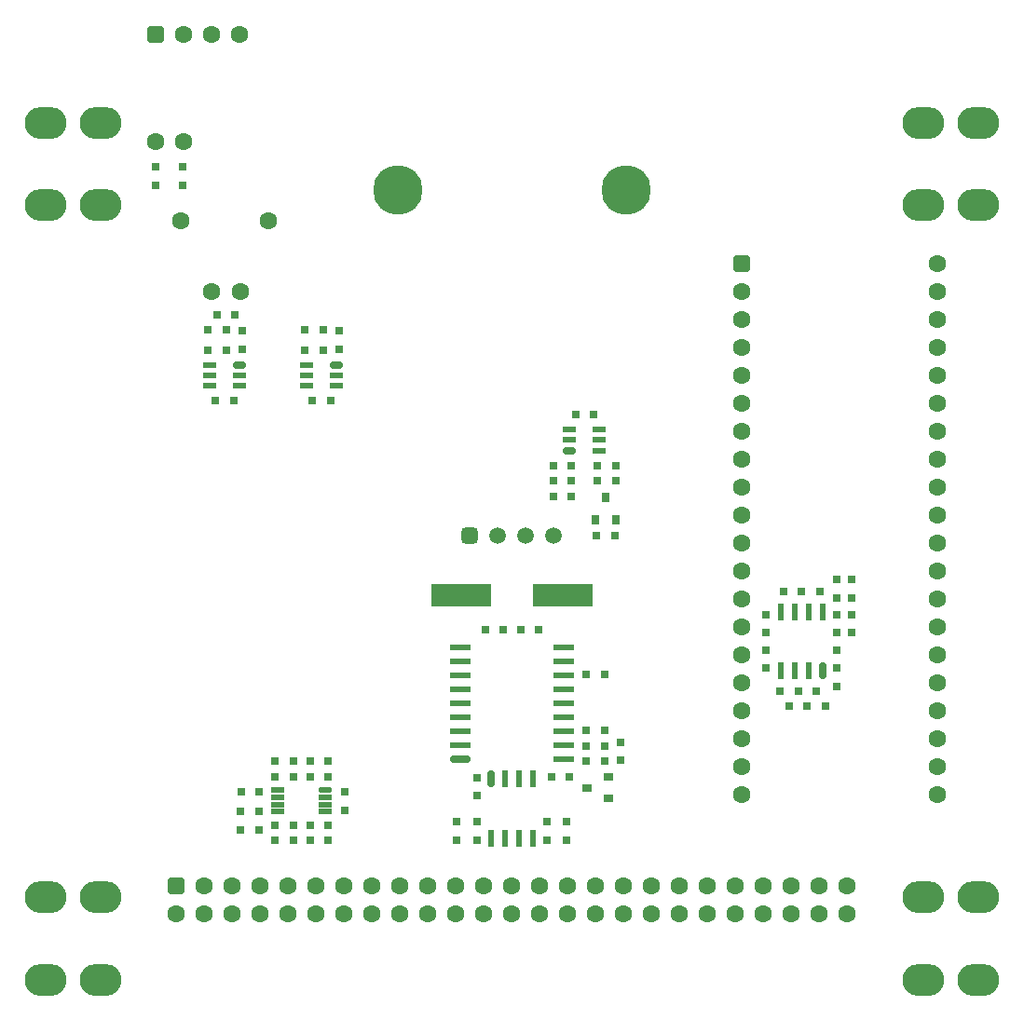
<source format=gbs>
G04*
G04 #@! TF.GenerationSoftware,Altium Limited,Altium Designer,22.1.2 (22)*
G04*
G04 Layer_Color=16711935*
%FSAX44Y44*%
%MOMM*%
G71*
G04*
G04 #@! TF.SameCoordinates,D4940EDF-FCE3-461B-A7F8-CC2F5B5D0F8E*
G04*
G04*
G04 #@! TF.FilePolarity,Negative*
G04*
G01*
G75*
%ADD15R,0.8000X0.8000*%
%ADD16R,0.8000X0.8000*%
%ADD17R,0.9500X0.8000*%
%ADD21C,1.5000*%
G04:AMPARAMS|DCode=22|XSize=1.5mm|YSize=1.5mm|CornerRadius=0.375mm|HoleSize=0mm|Usage=FLASHONLY|Rotation=0.000|XOffset=0mm|YOffset=0mm|HoleType=Round|Shape=RoundedRectangle|*
%AMROUNDEDRECTD22*
21,1,1.5000,0.7500,0,0,0.0*
21,1,0.7500,1.5000,0,0,0.0*
1,1,0.7500,0.3750,-0.3750*
1,1,0.7500,-0.3750,-0.3750*
1,1,0.7500,-0.3750,0.3750*
1,1,0.7500,0.3750,0.3750*
%
%ADD22ROUNDEDRECTD22*%
%ADD23C,1.6000*%
G04:AMPARAMS|DCode=24|XSize=1.6mm|YSize=1.6mm|CornerRadius=0.4mm|HoleSize=0mm|Usage=FLASHONLY|Rotation=0.000|XOffset=0mm|YOffset=0mm|HoleType=Round|Shape=RoundedRectangle|*
%AMROUNDEDRECTD24*
21,1,1.6000,0.8000,0,0,0.0*
21,1,0.8000,1.6000,0,0,0.0*
1,1,0.8000,0.4000,-0.4000*
1,1,0.8000,-0.4000,-0.4000*
1,1,0.8000,-0.4000,0.4000*
1,1,0.8000,0.4000,0.4000*
%
%ADD24ROUNDEDRECTD24*%
%ADD25O,3.8000X2.9000*%
%ADD26C,4.5000*%
G04:AMPARAMS|DCode=33|XSize=0.6mm|YSize=1.2mm|CornerRadius=0.15mm|HoleSize=0mm|Usage=FLASHONLY|Rotation=90.000|XOffset=0mm|YOffset=0mm|HoleType=Round|Shape=RoundedRectangle|*
%AMROUNDEDRECTD33*
21,1,0.6000,0.9000,0,0,90.0*
21,1,0.3000,1.2000,0,0,90.0*
1,1,0.3000,0.4500,0.1500*
1,1,0.3000,0.4500,-0.1500*
1,1,0.3000,-0.4500,-0.1500*
1,1,0.3000,-0.4500,0.1500*
%
%ADD33ROUNDEDRECTD33*%
%ADD34R,1.2000X0.6000*%
%ADD35R,0.8000X0.9500*%
%ADD38R,0.6000X1.5500*%
G04:AMPARAMS|DCode=39|XSize=1.55mm|YSize=0.6mm|CornerRadius=0.15mm|HoleSize=0mm|Usage=FLASHONLY|Rotation=270.000|XOffset=0mm|YOffset=0mm|HoleType=Round|Shape=RoundedRectangle|*
%AMROUNDEDRECTD39*
21,1,1.5500,0.3000,0,0,270.0*
21,1,1.2500,0.6000,0,0,270.0*
1,1,0.3000,-0.1500,-0.6250*
1,1,0.3000,-0.1500,0.6250*
1,1,0.3000,0.1500,0.6250*
1,1,0.3000,0.1500,-0.6250*
%
%ADD39ROUNDEDRECTD39*%
%ADD40R,5.5000X2.0000*%
%ADD41R,1.9000X0.6000*%
G04:AMPARAMS|DCode=42|XSize=1.9mm|YSize=0.6mm|CornerRadius=0.15mm|HoleSize=0mm|Usage=FLASHONLY|Rotation=0.000|XOffset=0mm|YOffset=0mm|HoleType=Round|Shape=RoundedRectangle|*
%AMROUNDEDRECTD42*
21,1,1.9000,0.3000,0,0,0.0*
21,1,1.6000,0.6000,0,0,0.0*
1,1,0.3000,0.8000,-0.1500*
1,1,0.3000,-0.8000,-0.1500*
1,1,0.3000,-0.8000,0.1500*
1,1,0.3000,0.8000,0.1500*
%
%ADD42ROUNDEDRECTD42*%
%ADD45R,1.1900X0.4900*%
G04:AMPARAMS|DCode=46|XSize=1.19mm|YSize=0.49mm|CornerRadius=0.1325mm|HoleSize=0mm|Usage=FLASHONLY|Rotation=180.000|XOffset=0mm|YOffset=0mm|HoleType=Round|Shape=RoundedRectangle|*
%AMROUNDEDRECTD46*
21,1,1.1900,0.2250,0,0,180.0*
21,1,0.9250,0.4900,0,0,180.0*
1,1,0.2650,-0.4625,0.1125*
1,1,0.2650,0.4625,0.1125*
1,1,0.2650,0.4625,-0.1125*
1,1,0.2650,-0.4625,-0.1125*
%
%ADD46ROUNDEDRECTD46*%
D15*
X00218250Y00625000D02*
D03*
X00201750D02*
D03*
X00210250Y00611000D02*
D03*
X00193750D02*
D03*
X00210250Y00593000D02*
D03*
X00193750D02*
D03*
X00298250Y00611000D02*
D03*
X00281750D02*
D03*
X00298250Y00593000D02*
D03*
X00281750D02*
D03*
X00200750Y00547000D02*
D03*
X00217250D02*
D03*
X00288750D02*
D03*
X00305250D02*
D03*
X00507750Y00474000D02*
D03*
X00524250Y00474000D02*
D03*
X00507750Y00488000D02*
D03*
X00524250D02*
D03*
Y00460000D02*
D03*
X00507750Y00460000D02*
D03*
X00527750Y00534000D02*
D03*
X00544250D02*
D03*
X00564250Y00488000D02*
D03*
X00547750D02*
D03*
Y00474000D02*
D03*
X00564250Y00474000D02*
D03*
X00546750Y00424000D02*
D03*
X00563250D02*
D03*
X00286750Y00219000D02*
D03*
X00303250D02*
D03*
X00445750Y00339000D02*
D03*
X00462250Y00339000D02*
D03*
X00254750Y00147000D02*
D03*
X00271250D02*
D03*
X00240250Y00191000D02*
D03*
X00223750D02*
D03*
X00303250Y00205000D02*
D03*
X00286750D02*
D03*
Y00161000D02*
D03*
X00303250D02*
D03*
X00303250Y00147000D02*
D03*
X00286750D02*
D03*
X00271250Y00161000D02*
D03*
X00254750D02*
D03*
X00254750Y00219000D02*
D03*
X00271250D02*
D03*
X00254750Y00205000D02*
D03*
X00271250D02*
D03*
X00505750Y00205000D02*
D03*
X00522250D02*
D03*
X00537750Y00233000D02*
D03*
X00554250D02*
D03*
Y00247000D02*
D03*
X00537750Y00247000D02*
D03*
X00554250Y00219000D02*
D03*
X00537750D02*
D03*
X00537750Y00298000D02*
D03*
X00554250D02*
D03*
X00494250Y00339000D02*
D03*
X00477750D02*
D03*
X00716750Y00373000D02*
D03*
X00733250D02*
D03*
X00749750D02*
D03*
X00721750Y00269000D02*
D03*
X00738250D02*
D03*
X00754750D02*
D03*
X00713750Y00283000D02*
D03*
X00730250Y00283000D02*
D03*
X00746750Y00283000D02*
D03*
D16*
X00146000Y00742750D02*
D03*
Y00759250D02*
D03*
X00171000Y00742750D02*
D03*
Y00759250D02*
D03*
X00225000Y00593750D02*
D03*
Y00610250D02*
D03*
X00313000Y00593750D02*
D03*
Y00610250D02*
D03*
X00701000Y00335750D02*
D03*
Y00352250D02*
D03*
Y00320250D02*
D03*
Y00303750D02*
D03*
X00438000Y00187750D02*
D03*
Y00204250D02*
D03*
X00240000Y00173250D02*
D03*
Y00156750D02*
D03*
X00223000D02*
D03*
Y00173250D02*
D03*
X00318000Y00191250D02*
D03*
Y00174750D02*
D03*
X00569000Y00236250D02*
D03*
Y00219750D02*
D03*
X00779000Y00367750D02*
D03*
Y00384250D02*
D03*
X00765000Y00367750D02*
D03*
Y00384250D02*
D03*
X00779000Y00352250D02*
D03*
Y00335750D02*
D03*
X00765000Y00320250D02*
D03*
Y00303750D02*
D03*
Y00287250D02*
D03*
Y00335750D02*
D03*
Y00352250D02*
D03*
X00420000Y00164250D02*
D03*
Y00147750D02*
D03*
X00438000Y00147750D02*
D03*
Y00164250D02*
D03*
X00520000Y00164000D02*
D03*
Y00147500D02*
D03*
X00502000Y00147750D02*
D03*
X00502000Y00164250D02*
D03*
D17*
X00558000Y00204500D02*
D03*
X00538000Y00195000D02*
D03*
X00558000Y00185500D02*
D03*
D21*
X00457300Y00423999D02*
D03*
X00482700D02*
D03*
X00508100D02*
D03*
D22*
X00431900D02*
D03*
D23*
X00171300Y00880000D02*
D03*
X00196700D02*
D03*
X00222100D02*
D03*
X00171300Y00782000D02*
D03*
X00145900D02*
D03*
X00266800Y00105700D02*
D03*
Y00080300D02*
D03*
X00292200Y00105700D02*
D03*
Y00080300D02*
D03*
X00317600Y00105700D02*
D03*
Y00080300D02*
D03*
X00343000Y00105700D02*
D03*
Y00080300D02*
D03*
X00368400Y00105700D02*
D03*
Y00080300D02*
D03*
X00393800Y00105700D02*
D03*
Y00080300D02*
D03*
X00419200Y00105700D02*
D03*
Y00080300D02*
D03*
X00444600Y00105700D02*
D03*
Y00080300D02*
D03*
X00470000Y00105700D02*
D03*
Y00080300D02*
D03*
X00495400Y00105700D02*
D03*
Y00080300D02*
D03*
X00520800Y00105700D02*
D03*
Y00080300D02*
D03*
X00546200Y00105700D02*
D03*
Y00080300D02*
D03*
X00571600Y00105700D02*
D03*
Y00080300D02*
D03*
X00597000Y00105700D02*
D03*
Y00080300D02*
D03*
X00622400Y00105700D02*
D03*
Y00080300D02*
D03*
X00647800Y00105700D02*
D03*
Y00080300D02*
D03*
X00673200Y00105700D02*
D03*
Y00080300D02*
D03*
X00698600Y00105700D02*
D03*
Y00080300D02*
D03*
X00724000Y00105700D02*
D03*
Y00080300D02*
D03*
X00749400Y00105700D02*
D03*
Y00080300D02*
D03*
X00774800Y00105700D02*
D03*
Y00080300D02*
D03*
X00216000Y00105700D02*
D03*
X00190600D02*
D03*
X00216000Y00080300D02*
D03*
X00190600D02*
D03*
X00165200D02*
D03*
X00241400Y00105700D02*
D03*
Y00080300D02*
D03*
X00679100Y00595100D02*
D03*
Y00620500D02*
D03*
Y00468100D02*
D03*
Y00442700D02*
D03*
Y00544300D02*
D03*
Y00493500D02*
D03*
X00679100Y00569700D02*
D03*
Y00518900D02*
D03*
Y00645900D02*
D03*
X00856900Y00620500D02*
D03*
X00679100Y00239500D02*
D03*
Y00214100D02*
D03*
Y00315700D02*
D03*
Y00264900D02*
D03*
Y00391900D02*
D03*
Y00366500D02*
D03*
X00679100Y00417300D02*
D03*
X00856900Y00391900D02*
D03*
X00679100Y00290300D02*
D03*
Y00188700D02*
D03*
Y00341100D02*
D03*
X00856900Y00493500D02*
D03*
Y00366500D02*
D03*
Y00341100D02*
D03*
Y00442700D02*
D03*
Y00417300D02*
D03*
Y00645900D02*
D03*
Y00569700D02*
D03*
Y00671300D02*
D03*
X00856900Y00595100D02*
D03*
X00856900Y00544300D02*
D03*
Y00518900D02*
D03*
X00856900Y00468100D02*
D03*
X00856900Y00214100D02*
D03*
Y00188700D02*
D03*
Y00315700D02*
D03*
Y00290300D02*
D03*
Y00264900D02*
D03*
X00856900Y00239500D02*
D03*
X00197000Y00646000D02*
D03*
X00223000D02*
D03*
X00169000Y00710000D02*
D03*
X00249000D02*
D03*
D24*
X00145900Y00880000D02*
D03*
X00165200Y00105700D02*
D03*
X00679100Y00671300D02*
D03*
D25*
X00046000Y00095500D02*
D03*
Y00020500D02*
D03*
X00096000D02*
D03*
Y00095500D02*
D03*
X00894000Y00020500D02*
D03*
Y00095500D02*
D03*
X00844000D02*
D03*
Y00020500D02*
D03*
X00046000Y00799500D02*
D03*
Y00724500D02*
D03*
X00096000D02*
D03*
Y00799500D02*
D03*
X00894000Y00724500D02*
D03*
Y00799500D02*
D03*
X00844000D02*
D03*
Y00724500D02*
D03*
D26*
X00366500Y00738500D02*
D03*
X00573500D02*
D03*
D33*
X00310500Y00579500D02*
D03*
X00222500D02*
D03*
X00522500Y00501500D02*
D03*
D34*
X00310500Y00570000D02*
D03*
X00310500Y00560500D02*
D03*
X00283500D02*
D03*
X00283500Y00570000D02*
D03*
X00283500Y00579500D02*
D03*
X00222500Y00570000D02*
D03*
X00222500Y00560500D02*
D03*
X00195500D02*
D03*
X00195500Y00570000D02*
D03*
X00195500Y00579500D02*
D03*
X00549500Y00501500D02*
D03*
Y00511000D02*
D03*
Y00520500D02*
D03*
X00522500Y00520500D02*
D03*
X00522500Y00511000D02*
D03*
D35*
X00564500Y00439000D02*
D03*
X00555000Y00459000D02*
D03*
X00545500Y00439000D02*
D03*
D38*
X00450950Y00149000D02*
D03*
X00463650D02*
D03*
X00476350D02*
D03*
X00489050D02*
D03*
X00463650Y00203000D02*
D03*
X00476350D02*
D03*
X00489050D02*
D03*
X00752050Y00355000D02*
D03*
X00739350Y00355000D02*
D03*
X00726650D02*
D03*
X00713950Y00355000D02*
D03*
X00739350Y00301000D02*
D03*
X00726650D02*
D03*
X00713950D02*
D03*
D39*
X00450950Y00203000D02*
D03*
X00752050Y00301000D02*
D03*
D40*
X00516000Y00370000D02*
D03*
X00424000D02*
D03*
D41*
X00517000Y00221200D02*
D03*
X00517000Y00233900D02*
D03*
X00517000Y00284700D02*
D03*
X00517000Y00272000D02*
D03*
X00517000Y00259300D02*
D03*
Y00246600D02*
D03*
Y00310100D02*
D03*
Y00297400D02*
D03*
Y00322800D02*
D03*
X00423000Y00233900D02*
D03*
Y00246600D02*
D03*
Y00259300D02*
D03*
X00423000Y00272000D02*
D03*
X00423000Y00284700D02*
D03*
Y00297400D02*
D03*
Y00310100D02*
D03*
Y00322800D02*
D03*
D42*
Y00221200D02*
D03*
D45*
X00257250Y00192750D02*
D03*
Y00186250D02*
D03*
Y00179750D02*
D03*
Y00173250D02*
D03*
X00300750D02*
D03*
Y00179750D02*
D03*
Y00186250D02*
D03*
D46*
Y00192750D02*
D03*
M02*

</source>
